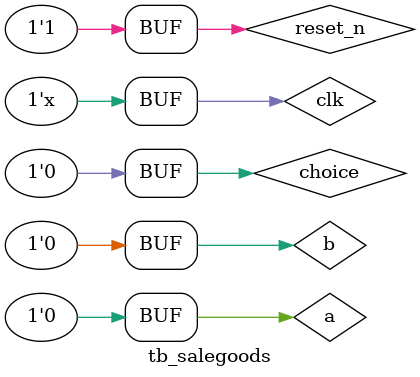
<source format=v>
`timescale 1ns / 1ps


module tb_salegoods;

reg clk,a,b,choice,reset_n;

wire a_out,b_out,out_goods,out_in_coin,out_choice_coin,out_back_coin;

salegoods SALE(
    
    .clk(clk),//Ê±ÖÓ
    .reset_n(reset_n),
	.a(a),//5µÄ¸öÊý
	.b(b),//10µÄ¸öÊý
	.choice(choice),//Ñ¡»õÐÅºÅ£¬Îª1Ê±40
	
	.a_out(a_out),//ÍË»ØµÄ5
	.b_out(b_out),//ÍË»ØµÄ10
	.out_goods(out_goods),//³ö»õ¡£¸ßÎ»³ö»õ
	
	.out_in_coin(out_in_coin),
	.out_choice_coin(out_choice_coin),
	.out_back_coin(out_back_coin),
	.out_money(out_money)
	
    );

	always
		#5 clk = ~clk;
	initial
		begin
			clk = 0;
			#3 reset_n = 0;
			#5 reset_n = 1;
			
			a=1;
			b=4;
			choice=1;
			
			#50 a=1;
			    b=1;
			    choice=1;
			    
			#50 a=4;
				b=4;
				choice=1;
				
			#50 a=4;
				b=4;
				choice=0;
			
			#50 a=4;
				b=4;
				choice=1;
			
			#50 a=3;
				b=2;
				choice=1;
				
			#50 a=0;
				b=0;
				choice=0;
			
		end 

endmodule

</source>
